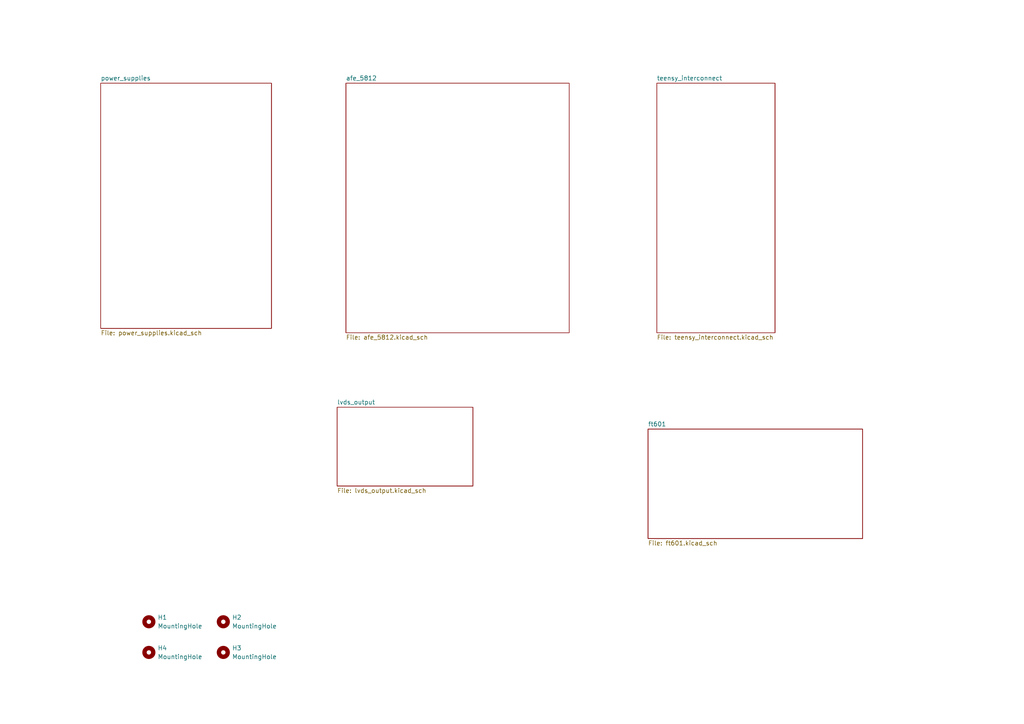
<source format=kicad_sch>
(kicad_sch (version 20231120) (generator "eeschema") (generator_version "8.0")
  (paper "A4")
  (title_block (title "Streamoscope") (date "2024-08-11") (rev "4") (company "Massachusetts Institute of Technology"))
  (lib_symbols
    (symbol "Mechanical:MountingHole" (pin_names (offset 1.016)) (exclude_from_sim yes) (in_bom no)
      (property "Reference" "H" (at 0 5.08 0))
      (property "Value" "MountingHole" (at 0 3.175 0))
      (symbol "MountingHole_0_1"
        (circle (center 0 0) (radius 1.27) (stroke (width 1.27)))
      )
    )
  )
  (symbol (lib_id "Mechanical:MountingHole") (at 43.18 189.23 0) (unit 1) (exclude_from_sim yes) (in_bom no)
    (property "Reference" "H4" (at 45.72 187.9599 0) (effects (justify left)))
    (property "Value" "MountingHole" (at 45.72 190.4999 0) (effects (justify left)))
    (property "Footprint" "MountingHole:MountingHole_2.2mm_M2" (effects (hide yes)))
    (property "Description" "Mounting Hole without connection" (effects (hide yes)))
  )
  (symbol (lib_id "Mechanical:MountingHole") (at 43.18 180.34 0) (unit 1) (exclude_from_sim yes) (in_bom no)
    (property "Reference" "H1" (at 45.72 179.0699 0) (effects (justify left)))
    (property "Value" "MountingHole" (at 45.72 181.6099 0) (effects (justify left)))
    (property "Footprint" "MountingHole:MountingHole_2.2mm_M2" (effects (hide yes)))
    (property "Description" "Mounting Hole without connection" (effects (hide yes)))
  )
  (symbol (lib_id "Mechanical:MountingHole") (at 64.77 180.34 0) (unit 1) (exclude_from_sim yes) (in_bom no)
    (property "Reference" "H2" (at 67.31 179.0699 0) (effects (justify left)))
    (property "Value" "MountingHole" (at 67.31 181.6099 0) (effects (justify left)))
    (property "Footprint" "MountingHole:MountingHole_2.2mm_M2" (effects (hide yes)))
    (property "Description" "Mounting Hole without connection" (effects (hide yes)))
  )
  (symbol (lib_id "Mechanical:MountingHole") (at 64.77 189.23 0) (unit 1) (exclude_from_sim yes) (in_bom no)
    (property "Reference" "H3" (at 67.31 187.9599 0) (effects (justify left)))
    (property "Value" "MountingHole" (at 67.31 190.4999 0) (effects (justify left)))
    (property "Footprint" "MountingHole:MountingHole_2.2mm_M2" (effects (hide yes)))
    (property "Description" "Mounting Hole without connection" (effects (hide yes)))
  )
  (sheet (at 29.21 24.13) (size 49.53 71.12) (stroke (width 0.1524))
    (property "Sheetname" "power_supplies" (at 29.21 23.4184 0) (effects (justify left bottom)))
    (property "Sheetfile" "power_supplies.kicad_sch" (at 29.21 95.8346 0) (effects (justify left top)))
  )
  (sheet (at 100.33 24.13) (size 64.77 72.39) (stroke (width 0.1524))
    (property "Sheetname" "afe_5812" (at 100.33 23.4184 0) (effects (justify left bottom)))
    (property "Sheetfile" "afe_5812.kicad_sch" (at 100.33 97.1046 0) (effects (justify left top)))
  )
  (sheet (at 190.5 24.13) (size 34.29 72.39) (stroke (width 0.1524))
    (property "Sheetname" "teensy_interconnect" (at 190.5 23.4184 0) (effects (justify left bottom)))
    (property "Sheetfile" "teensy_interconnect.kicad_sch" (at 190.5 97.1046 0) (effects (justify left top)))
  )
  (sheet (at 97.79 118.11) (size 39.37 22.86) (stroke (width 0.1524))
    (property "Sheetname" "lvds_output" (at 97.79 117.3984 0) (effects (justify left bottom)))
    (property "Sheetfile" "lvds_output.kicad_sch" (at 97.79 141.5546 0) (effects (justify left top)))
  )
  (sheet (at 187.96 124.46) (size 62.23 31.75) (stroke (width 0.1524))
    (property "Sheetname" "ft601" (at 187.96 123.7484 0) (effects (justify left bottom)))
    (property "Sheetfile" "ft601.kicad_sch" (at 187.96 156.7946 0) (effects (justify left top)))
  )
)
</source>
